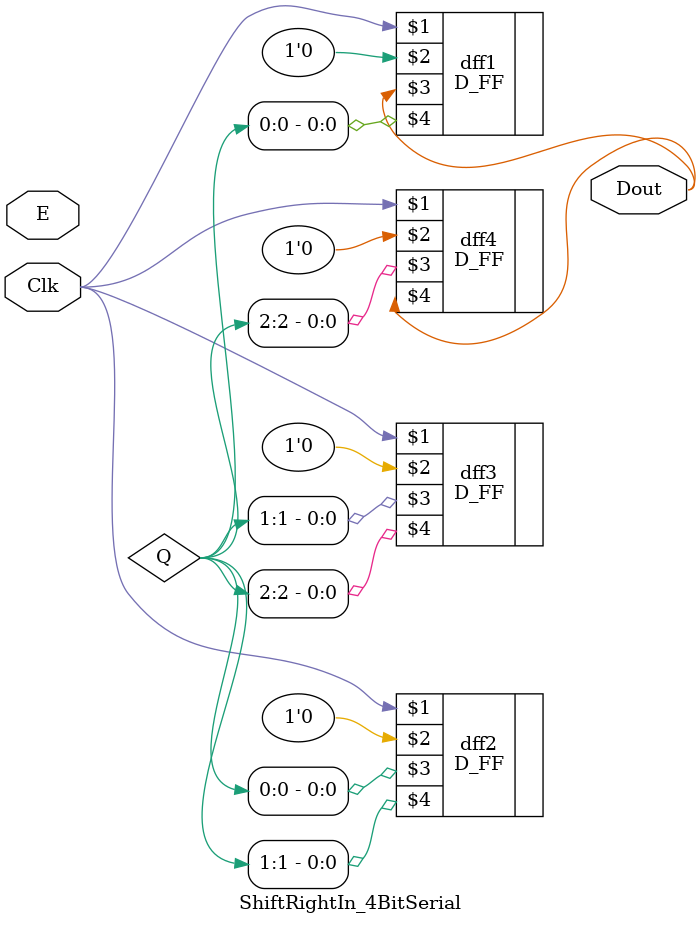
<source format=v>
`timescale 1ns / 1ps

//          Module for Serial I/O Shift Right for 4 bits but uses only the data
//          in the reg to loop right
//////////////////////////////////////////////////////////////////////////////////


//                             Clock, Enable, DataOut
module ShiftRightIn_4BitSerial(Clk  ,E      , Dout);
    input Clk, E;
    output Dout;
    wire [2:0] Q; // output for first 3 FF's
    
    // For now reset is always 0
    // Instantiate 4 D flip flop modules
    //                           Clock, Reset, Input, Output                                
    D_FF        dff1            (Clk  , 1'b0 , Dout    , Q[0]); 
    //                           Clock, Reset, Input, Output                                
    D_FF        dff2            (Clk  , 1'b0 , Q[0]    , Q[1]); 
    //                           Clock, Reset, Input, Output                                
    D_FF        dff3            (Clk  , 1'b0 , Q[1]    , Q[2]); 
    //                           Clock, Reset, Input, Output                                
    D_FF        dff4            (Clk  , 1'b0 , Q[2]    , Dout); 
    
endmodule

</source>
